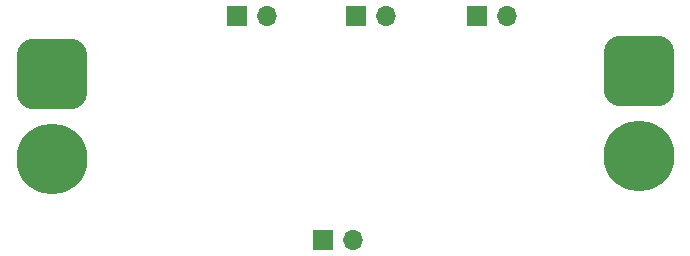
<source format=gbs>
%TF.GenerationSoftware,KiCad,Pcbnew,7.0.2*%
%TF.CreationDate,2023-06-26T21:45:58-07:00*%
%TF.ProjectId,Current Sense Standalone,43757272-656e-4742-9053-656e73652053,rev?*%
%TF.SameCoordinates,Original*%
%TF.FileFunction,Soldermask,Bot*%
%TF.FilePolarity,Negative*%
%FSLAX46Y46*%
G04 Gerber Fmt 4.6, Leading zero omitted, Abs format (unit mm)*
G04 Created by KiCad (PCBNEW 7.0.2) date 2023-06-26 21:45:58*
%MOMM*%
%LPD*%
G01*
G04 APERTURE LIST*
G04 Aperture macros list*
%AMRoundRect*
0 Rectangle with rounded corners*
0 $1 Rounding radius*
0 $2 $3 $4 $5 $6 $7 $8 $9 X,Y pos of 4 corners*
0 Add a 4 corners polygon primitive as box body*
4,1,4,$2,$3,$4,$5,$6,$7,$8,$9,$2,$3,0*
0 Add four circle primitives for the rounded corners*
1,1,$1+$1,$2,$3*
1,1,$1+$1,$4,$5*
1,1,$1+$1,$6,$7*
1,1,$1+$1,$8,$9*
0 Add four rect primitives between the rounded corners*
20,1,$1+$1,$2,$3,$4,$5,0*
20,1,$1+$1,$4,$5,$6,$7,0*
20,1,$1+$1,$6,$7,$8,$9,0*
20,1,$1+$1,$8,$9,$2,$3,0*%
G04 Aperture macros list end*
%ADD10C,6.000000*%
%ADD11RoundRect,1.500000X-1.500000X1.500000X-1.500000X-1.500000X1.500000X-1.500000X1.500000X1.500000X0*%
%ADD12R,1.700000X1.700000*%
%ADD13O,1.700000X1.700000*%
G04 APERTURE END LIST*
D10*
X168674045Y-95661822D03*
D11*
X168674045Y-88461822D03*
D12*
X154940000Y-83820000D03*
D13*
X157480000Y-83820000D03*
D12*
X141928963Y-102738800D03*
D13*
X144468963Y-102738800D03*
D12*
X134620000Y-83820000D03*
D13*
X137160000Y-83820000D03*
D12*
X144765000Y-83820000D03*
D13*
X147305000Y-83820000D03*
D11*
X118980936Y-88710973D03*
D10*
X118980936Y-95910973D03*
M02*

</source>
